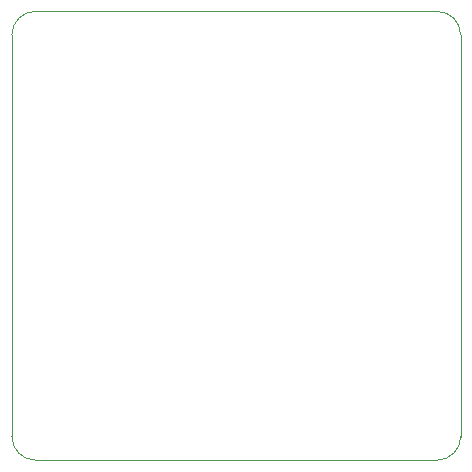
<source format=gbr>
%TF.GenerationSoftware,KiCad,Pcbnew,9.0.7*%
%TF.CreationDate,2026-01-24T01:10:01+08:00*%
%TF.ProjectId,zero star-rounded,7a65726f-2073-4746-9172-2d726f756e64,rev?*%
%TF.SameCoordinates,Original*%
%TF.FileFunction,Profile,NP*%
%FSLAX46Y46*%
G04 Gerber Fmt 4.6, Leading zero omitted, Abs format (unit mm)*
G04 Created by KiCad (PCBNEW 9.0.7) date 2026-01-24 01:10:01*
%MOMM*%
%LPD*%
G01*
G04 APERTURE LIST*
%TA.AperFunction,Profile*%
%ADD10C,0.100000*%
%TD*%
G04 APERTURE END LIST*
D10*
X173000000Y-70000000D02*
G75*
G02*
X175000000Y-68000000I2000000J0D01*
G01*
X211000000Y-70000000D02*
X211000000Y-104000000D01*
X209000000Y-106000000D02*
X175000000Y-106000000D01*
X173000000Y-104000000D02*
X173000000Y-70000000D01*
X211000000Y-104000000D02*
G75*
G02*
X209000000Y-106000000I-2000000J0D01*
G01*
X175000000Y-106000000D02*
G75*
G02*
X173000000Y-104000000I0J2000000D01*
G01*
X209000000Y-68000000D02*
G75*
G02*
X211000000Y-70000000I0J-2000000D01*
G01*
X175000000Y-68000000D02*
X209000000Y-68000000D01*
M02*

</source>
